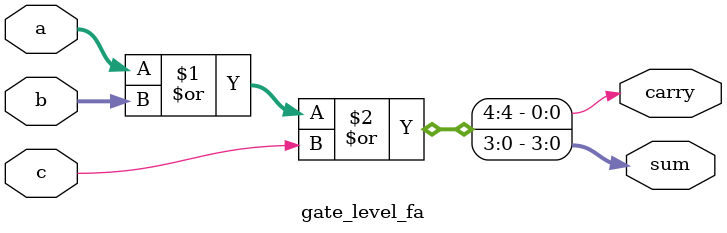
<source format=v>
`timescale 1ns / 1ps


module gate_level_fa(
output [3:0] sum,
output carry,
input [3:0] a,b,
input c);
assign {carry,sum}=a|b|c;

endmodule

</source>
